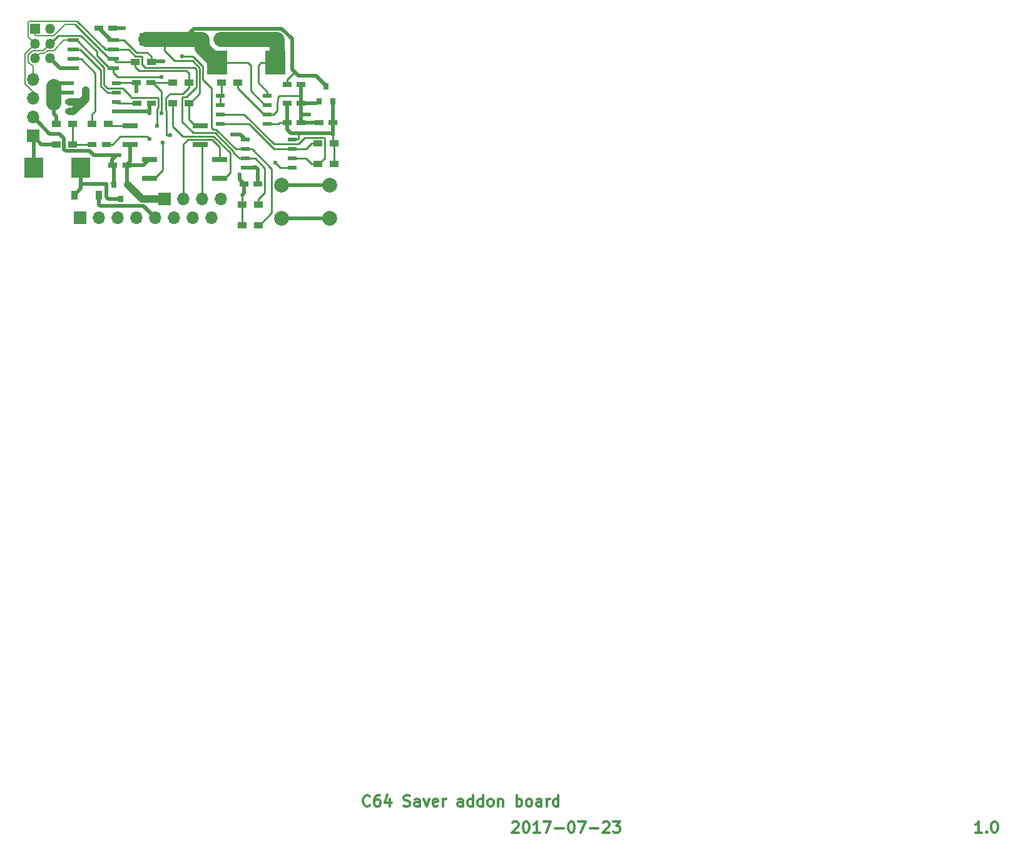
<source format=gtl>
G04 #@! TF.FileFunction,Copper,L1,Top,Signal*
%FSLAX46Y46*%
G04 Gerber Fmt 4.6, Leading zero omitted, Abs format (unit mm)*
G04 Created by KiCad (PCBNEW 4.0.7) date 07/23/18 00:28:13*
%MOMM*%
%LPD*%
G01*
G04 APERTURE LIST*
%ADD10C,0.100000*%
%ADD11C,0.300000*%
%ADD12R,1.700000X1.700000*%
%ADD13O,1.700000X1.700000*%
%ADD14C,2.000000*%
%ADD15R,1.143000X0.508000*%
%ADD16R,1.200000X0.750000*%
%ADD17R,1.200000X0.900000*%
%ADD18R,0.900000X1.200000*%
%ADD19R,2.000000X0.640000*%
%ADD20R,0.800000X0.900000*%
%ADD21R,1.550000X0.600000*%
%ADD22R,1.350000X1.350000*%
%ADD23O,1.350000X1.350000*%
%ADD24R,2.550000X2.700000*%
%ADD25R,2.700000X3.200000*%
%ADD26C,0.600000*%
%ADD27C,0.800000*%
%ADD28C,0.500000*%
%ADD29C,0.250000*%
%ADD30C,2.000000*%
%ADD31C,0.127000*%
%ADD32C,1.000000*%
G04 APERTURE END LIST*
D10*
D11*
X207090287Y-192361429D02*
X207161716Y-192290000D01*
X207304573Y-192218571D01*
X207661716Y-192218571D01*
X207804573Y-192290000D01*
X207876002Y-192361429D01*
X207947430Y-192504286D01*
X207947430Y-192647143D01*
X207876002Y-192861429D01*
X207018859Y-193718571D01*
X207947430Y-193718571D01*
X208876001Y-192218571D02*
X209018858Y-192218571D01*
X209161715Y-192290000D01*
X209233144Y-192361429D01*
X209304573Y-192504286D01*
X209376001Y-192790000D01*
X209376001Y-193147143D01*
X209304573Y-193432857D01*
X209233144Y-193575714D01*
X209161715Y-193647143D01*
X209018858Y-193718571D01*
X208876001Y-193718571D01*
X208733144Y-193647143D01*
X208661715Y-193575714D01*
X208590287Y-193432857D01*
X208518858Y-193147143D01*
X208518858Y-192790000D01*
X208590287Y-192504286D01*
X208661715Y-192361429D01*
X208733144Y-192290000D01*
X208876001Y-192218571D01*
X210804572Y-193718571D02*
X209947429Y-193718571D01*
X210376001Y-193718571D02*
X210376001Y-192218571D01*
X210233144Y-192432857D01*
X210090286Y-192575714D01*
X209947429Y-192647143D01*
X211304572Y-192218571D02*
X212304572Y-192218571D01*
X211661715Y-193718571D01*
X212876000Y-193147143D02*
X214018857Y-193147143D01*
X215018857Y-192218571D02*
X215161714Y-192218571D01*
X215304571Y-192290000D01*
X215376000Y-192361429D01*
X215447429Y-192504286D01*
X215518857Y-192790000D01*
X215518857Y-193147143D01*
X215447429Y-193432857D01*
X215376000Y-193575714D01*
X215304571Y-193647143D01*
X215161714Y-193718571D01*
X215018857Y-193718571D01*
X214876000Y-193647143D01*
X214804571Y-193575714D01*
X214733143Y-193432857D01*
X214661714Y-193147143D01*
X214661714Y-192790000D01*
X214733143Y-192504286D01*
X214804571Y-192361429D01*
X214876000Y-192290000D01*
X215018857Y-192218571D01*
X216018857Y-192218571D02*
X217018857Y-192218571D01*
X216376000Y-193718571D01*
X217590285Y-193147143D02*
X218733142Y-193147143D01*
X219375999Y-192361429D02*
X219447428Y-192290000D01*
X219590285Y-192218571D01*
X219947428Y-192218571D01*
X220090285Y-192290000D01*
X220161714Y-192361429D01*
X220233142Y-192504286D01*
X220233142Y-192647143D01*
X220161714Y-192861429D01*
X219304571Y-193718571D01*
X220233142Y-193718571D01*
X220733142Y-192218571D02*
X221661713Y-192218571D01*
X221161713Y-192790000D01*
X221375999Y-192790000D01*
X221518856Y-192861429D01*
X221590285Y-192932857D01*
X221661713Y-193075714D01*
X221661713Y-193432857D01*
X221590285Y-193575714D01*
X221518856Y-193647143D01*
X221375999Y-193718571D01*
X220947427Y-193718571D01*
X220804570Y-193647143D01*
X220733142Y-193575714D01*
X187830573Y-190019714D02*
X187759144Y-190091143D01*
X187544858Y-190162571D01*
X187402001Y-190162571D01*
X187187716Y-190091143D01*
X187044858Y-189948286D01*
X186973430Y-189805429D01*
X186902001Y-189519714D01*
X186902001Y-189305429D01*
X186973430Y-189019714D01*
X187044858Y-188876857D01*
X187187716Y-188734000D01*
X187402001Y-188662571D01*
X187544858Y-188662571D01*
X187759144Y-188734000D01*
X187830573Y-188805429D01*
X189116287Y-188662571D02*
X188830573Y-188662571D01*
X188687716Y-188734000D01*
X188616287Y-188805429D01*
X188473430Y-189019714D01*
X188402001Y-189305429D01*
X188402001Y-189876857D01*
X188473430Y-190019714D01*
X188544858Y-190091143D01*
X188687716Y-190162571D01*
X188973430Y-190162571D01*
X189116287Y-190091143D01*
X189187716Y-190019714D01*
X189259144Y-189876857D01*
X189259144Y-189519714D01*
X189187716Y-189376857D01*
X189116287Y-189305429D01*
X188973430Y-189234000D01*
X188687716Y-189234000D01*
X188544858Y-189305429D01*
X188473430Y-189376857D01*
X188402001Y-189519714D01*
X190544858Y-189162571D02*
X190544858Y-190162571D01*
X190187715Y-188591143D02*
X189830572Y-189662571D01*
X190759144Y-189662571D01*
X192402000Y-190091143D02*
X192616286Y-190162571D01*
X192973429Y-190162571D01*
X193116286Y-190091143D01*
X193187715Y-190019714D01*
X193259143Y-189876857D01*
X193259143Y-189734000D01*
X193187715Y-189591143D01*
X193116286Y-189519714D01*
X192973429Y-189448286D01*
X192687715Y-189376857D01*
X192544857Y-189305429D01*
X192473429Y-189234000D01*
X192402000Y-189091143D01*
X192402000Y-188948286D01*
X192473429Y-188805429D01*
X192544857Y-188734000D01*
X192687715Y-188662571D01*
X193044857Y-188662571D01*
X193259143Y-188734000D01*
X194544857Y-190162571D02*
X194544857Y-189376857D01*
X194473428Y-189234000D01*
X194330571Y-189162571D01*
X194044857Y-189162571D01*
X193902000Y-189234000D01*
X194544857Y-190091143D02*
X194402000Y-190162571D01*
X194044857Y-190162571D01*
X193902000Y-190091143D01*
X193830571Y-189948286D01*
X193830571Y-189805429D01*
X193902000Y-189662571D01*
X194044857Y-189591143D01*
X194402000Y-189591143D01*
X194544857Y-189519714D01*
X195116286Y-189162571D02*
X195473429Y-190162571D01*
X195830571Y-189162571D01*
X196973428Y-190091143D02*
X196830571Y-190162571D01*
X196544857Y-190162571D01*
X196402000Y-190091143D01*
X196330571Y-189948286D01*
X196330571Y-189376857D01*
X196402000Y-189234000D01*
X196544857Y-189162571D01*
X196830571Y-189162571D01*
X196973428Y-189234000D01*
X197044857Y-189376857D01*
X197044857Y-189519714D01*
X196330571Y-189662571D01*
X197687714Y-190162571D02*
X197687714Y-189162571D01*
X197687714Y-189448286D02*
X197759142Y-189305429D01*
X197830571Y-189234000D01*
X197973428Y-189162571D01*
X198116285Y-189162571D01*
X200401999Y-190162571D02*
X200401999Y-189376857D01*
X200330570Y-189234000D01*
X200187713Y-189162571D01*
X199901999Y-189162571D01*
X199759142Y-189234000D01*
X200401999Y-190091143D02*
X200259142Y-190162571D01*
X199901999Y-190162571D01*
X199759142Y-190091143D01*
X199687713Y-189948286D01*
X199687713Y-189805429D01*
X199759142Y-189662571D01*
X199901999Y-189591143D01*
X200259142Y-189591143D01*
X200401999Y-189519714D01*
X201759142Y-190162571D02*
X201759142Y-188662571D01*
X201759142Y-190091143D02*
X201616285Y-190162571D01*
X201330571Y-190162571D01*
X201187713Y-190091143D01*
X201116285Y-190019714D01*
X201044856Y-189876857D01*
X201044856Y-189448286D01*
X201116285Y-189305429D01*
X201187713Y-189234000D01*
X201330571Y-189162571D01*
X201616285Y-189162571D01*
X201759142Y-189234000D01*
X203116285Y-190162571D02*
X203116285Y-188662571D01*
X203116285Y-190091143D02*
X202973428Y-190162571D01*
X202687714Y-190162571D01*
X202544856Y-190091143D01*
X202473428Y-190019714D01*
X202401999Y-189876857D01*
X202401999Y-189448286D01*
X202473428Y-189305429D01*
X202544856Y-189234000D01*
X202687714Y-189162571D01*
X202973428Y-189162571D01*
X203116285Y-189234000D01*
X204044857Y-190162571D02*
X203901999Y-190091143D01*
X203830571Y-190019714D01*
X203759142Y-189876857D01*
X203759142Y-189448286D01*
X203830571Y-189305429D01*
X203901999Y-189234000D01*
X204044857Y-189162571D01*
X204259142Y-189162571D01*
X204401999Y-189234000D01*
X204473428Y-189305429D01*
X204544857Y-189448286D01*
X204544857Y-189876857D01*
X204473428Y-190019714D01*
X204401999Y-190091143D01*
X204259142Y-190162571D01*
X204044857Y-190162571D01*
X205187714Y-189162571D02*
X205187714Y-190162571D01*
X205187714Y-189305429D02*
X205259142Y-189234000D01*
X205402000Y-189162571D01*
X205616285Y-189162571D01*
X205759142Y-189234000D01*
X205830571Y-189376857D01*
X205830571Y-190162571D01*
X207687714Y-190162571D02*
X207687714Y-188662571D01*
X207687714Y-189234000D02*
X207830571Y-189162571D01*
X208116285Y-189162571D01*
X208259142Y-189234000D01*
X208330571Y-189305429D01*
X208402000Y-189448286D01*
X208402000Y-189876857D01*
X208330571Y-190019714D01*
X208259142Y-190091143D01*
X208116285Y-190162571D01*
X207830571Y-190162571D01*
X207687714Y-190091143D01*
X209259143Y-190162571D02*
X209116285Y-190091143D01*
X209044857Y-190019714D01*
X208973428Y-189876857D01*
X208973428Y-189448286D01*
X209044857Y-189305429D01*
X209116285Y-189234000D01*
X209259143Y-189162571D01*
X209473428Y-189162571D01*
X209616285Y-189234000D01*
X209687714Y-189305429D01*
X209759143Y-189448286D01*
X209759143Y-189876857D01*
X209687714Y-190019714D01*
X209616285Y-190091143D01*
X209473428Y-190162571D01*
X209259143Y-190162571D01*
X211044857Y-190162571D02*
X211044857Y-189376857D01*
X210973428Y-189234000D01*
X210830571Y-189162571D01*
X210544857Y-189162571D01*
X210402000Y-189234000D01*
X211044857Y-190091143D02*
X210902000Y-190162571D01*
X210544857Y-190162571D01*
X210402000Y-190091143D01*
X210330571Y-189948286D01*
X210330571Y-189805429D01*
X210402000Y-189662571D01*
X210544857Y-189591143D01*
X210902000Y-189591143D01*
X211044857Y-189519714D01*
X211759143Y-190162571D02*
X211759143Y-189162571D01*
X211759143Y-189448286D02*
X211830571Y-189305429D01*
X211902000Y-189234000D01*
X212044857Y-189162571D01*
X212187714Y-189162571D01*
X213330571Y-190162571D02*
X213330571Y-188662571D01*
X213330571Y-190091143D02*
X213187714Y-190162571D01*
X212902000Y-190162571D01*
X212759142Y-190091143D01*
X212687714Y-190019714D01*
X212616285Y-189876857D01*
X212616285Y-189448286D01*
X212687714Y-189305429D01*
X212759142Y-189234000D01*
X212902000Y-189162571D01*
X213187714Y-189162571D01*
X213330571Y-189234000D01*
X270629143Y-193718571D02*
X269772000Y-193718571D01*
X270200572Y-193718571D02*
X270200572Y-192218571D01*
X270057715Y-192432857D01*
X269914857Y-192575714D01*
X269772000Y-192647143D01*
X271272000Y-193575714D02*
X271343428Y-193647143D01*
X271272000Y-193718571D01*
X271200571Y-193647143D01*
X271272000Y-193575714D01*
X271272000Y-193718571D01*
X272272000Y-192218571D02*
X272414857Y-192218571D01*
X272557714Y-192290000D01*
X272629143Y-192361429D01*
X272700572Y-192504286D01*
X272772000Y-192790000D01*
X272772000Y-193147143D01*
X272700572Y-193432857D01*
X272629143Y-193575714D01*
X272557714Y-193647143D01*
X272414857Y-193718571D01*
X272272000Y-193718571D01*
X272129143Y-193647143D01*
X272057714Y-193575714D01*
X271986286Y-193432857D01*
X271914857Y-193147143D01*
X271914857Y-192790000D01*
X271986286Y-192504286D01*
X272057714Y-192361429D01*
X272129143Y-192290000D01*
X272272000Y-192218571D01*
D12*
X142240000Y-99441000D03*
D13*
X142240000Y-96901000D03*
X142240000Y-94361000D03*
X142240000Y-91821000D03*
D14*
X182372000Y-106117000D03*
X182372000Y-110617000D03*
X175872000Y-106117000D03*
X175872000Y-110617000D03*
D15*
X173926500Y-93980000D03*
X173926500Y-95250000D03*
X173926500Y-96520000D03*
X173926500Y-97790000D03*
X167576500Y-97790000D03*
X167576500Y-96520000D03*
X167576500Y-95250000D03*
X167576500Y-93980000D03*
X177292000Y-99949000D03*
X177292000Y-101219000D03*
X177292000Y-102489000D03*
X177292000Y-103759000D03*
X170942000Y-103759000D03*
X170942000Y-102489000D03*
X170942000Y-101219000D03*
X170942000Y-99949000D03*
D16*
X176598500Y-95059500D03*
X178498500Y-95059500D03*
D17*
X150200000Y-97790000D03*
X152400000Y-97790000D03*
X161122000Y-94996000D03*
X163322000Y-94996000D03*
X169903500Y-92265500D03*
X167703500Y-92265500D03*
D16*
X158160800Y-92202000D03*
X156260800Y-92202000D03*
D17*
X156042000Y-89408000D03*
X158242000Y-89408000D03*
X161122000Y-92202000D03*
X163322000Y-92202000D03*
X180743500Y-100457000D03*
X182943500Y-100457000D03*
X147574000Y-97790000D03*
X145374000Y-97790000D03*
D15*
X153543000Y-92329000D03*
X153543000Y-93599000D03*
X153543000Y-94869000D03*
X153543000Y-96139000D03*
X147193000Y-96139000D03*
X147193000Y-94869000D03*
X147193000Y-93599000D03*
X147193000Y-92329000D03*
D17*
X180743500Y-103251000D03*
X182943500Y-103251000D03*
X172720000Y-111506000D03*
X170520000Y-111506000D03*
X172720000Y-108712000D03*
X170520000Y-108712000D03*
D18*
X147830000Y-107442000D03*
X151130000Y-107442000D03*
D19*
X155346000Y-98044000D03*
X155346000Y-100584000D03*
X164846000Y-100584000D03*
X164846000Y-98044000D03*
X167488000Y-105156000D03*
X167488000Y-102616000D03*
X157988000Y-102616000D03*
X157988000Y-105156000D03*
D16*
X158242000Y-94996000D03*
X156342000Y-94996000D03*
X150246000Y-100584000D03*
X152146000Y-100584000D03*
X178498500Y-92456000D03*
X176598500Y-92456000D03*
X180916500Y-97663000D03*
X182816500Y-97663000D03*
X176598500Y-97663000D03*
X178498500Y-97663000D03*
X170754000Y-105918000D03*
X172654000Y-105918000D03*
D20*
X180916500Y-94742000D03*
X182816500Y-94742000D03*
X181866500Y-92742000D03*
D16*
X154940000Y-103419156D03*
X153040000Y-103419156D03*
D20*
X155067000Y-106016556D03*
X153167000Y-106016556D03*
X154117000Y-108016556D03*
D12*
X157480000Y-86360000D03*
D13*
X160020000Y-86360000D03*
X162560000Y-86360000D03*
X165100000Y-86360000D03*
X167640000Y-86360000D03*
X170180000Y-86360000D03*
X172720000Y-86360000D03*
X175260000Y-86360000D03*
D12*
X148590000Y-110490000D03*
D13*
X151130000Y-110490000D03*
X153670000Y-110490000D03*
X156210000Y-110490000D03*
X158750000Y-110490000D03*
X161290000Y-110490000D03*
X163830000Y-110490000D03*
X166370000Y-110490000D03*
D12*
X160020000Y-107950000D03*
D13*
X162560000Y-107950000D03*
X165100000Y-107950000D03*
X167640000Y-107950000D03*
D16*
X153035000Y-84836000D03*
X151135000Y-84836000D03*
D17*
X145374000Y-100584000D03*
X147574000Y-100584000D03*
D21*
X147668000Y-86487000D03*
X147668000Y-87757000D03*
X147668000Y-89027000D03*
X147668000Y-90297000D03*
X153068000Y-90297000D03*
X153068000Y-89027000D03*
X153068000Y-87757000D03*
X153068000Y-86487000D03*
D22*
X142526000Y-84963000D03*
D23*
X144526000Y-84963000D03*
X142526000Y-86963000D03*
X144526000Y-86963000D03*
X142526000Y-88963000D03*
X144526000Y-88963000D03*
D24*
X142367000Y-103759000D03*
X148717000Y-103759000D03*
D25*
X167106000Y-89535000D03*
X175006000Y-89535000D03*
D26*
X170180000Y-104648000D03*
X169164000Y-99250500D03*
X156210000Y-93408500D03*
X159893000Y-89344500D03*
X153924000Y-102044500D03*
X159004000Y-98044000D03*
X159766000Y-100330000D03*
X162369500Y-88646000D03*
X159639000Y-91440000D03*
X157988000Y-99822000D03*
X160782000Y-99314000D03*
X149352000Y-94488000D03*
X149352000Y-93218000D03*
D27*
X145034000Y-94488000D03*
X145034000Y-92710000D03*
D26*
X159639000Y-96393000D03*
X157988000Y-96393000D03*
X172339000Y-103632000D03*
X154559000Y-84836000D03*
X179578000Y-96583500D03*
X175006000Y-103060500D03*
D28*
X153924000Y-102044500D02*
X150437502Y-102044500D01*
X146424001Y-99773999D02*
X145796000Y-99145998D01*
X150437502Y-102044500D02*
X149877003Y-101484001D01*
X149877003Y-101484001D02*
X146613999Y-101484001D01*
X146613999Y-101484001D02*
X146424001Y-101294003D01*
X146424001Y-101294003D02*
X146424001Y-99773999D01*
X145796000Y-99145998D02*
X144484998Y-99145998D01*
X144484998Y-99145998D02*
X143089999Y-97750999D01*
X143089999Y-97750999D02*
X142240000Y-96901000D01*
X153167000Y-106016556D02*
X153167000Y-103546156D01*
X153167000Y-103546156D02*
X153040000Y-103419156D01*
X152908000Y-102636236D02*
X152908000Y-103287156D01*
X152908000Y-103287156D02*
X153040000Y-103419156D01*
X153924000Y-102044500D02*
X153499736Y-102044500D01*
X153499736Y-102044500D02*
X152908000Y-102636236D01*
X153040000Y-105889556D02*
X153167000Y-106016556D01*
X170754000Y-105918000D02*
X170180000Y-105344000D01*
X170520000Y-107442000D02*
X170754000Y-107208000D01*
X170754000Y-107208000D02*
X170754000Y-105918000D01*
X153068000Y-86487000D02*
X152786000Y-86487000D01*
X152786000Y-86487000D02*
X151135000Y-84836000D01*
X170180000Y-104648000D02*
X170180000Y-105344000D01*
X169164000Y-99250500D02*
X170243500Y-99250500D01*
X170243500Y-99250500D02*
X170942000Y-99949000D01*
D29*
X170520000Y-108712000D02*
X170520000Y-107442000D01*
D28*
X159893000Y-89344500D02*
X158305500Y-89344500D01*
X158305500Y-89344500D02*
X158242000Y-89408000D01*
X156210000Y-93408500D02*
X156210000Y-92252800D01*
X156210000Y-92252800D02*
X156260800Y-92202000D01*
D29*
X155380401Y-87306991D02*
X154560410Y-86487000D01*
X154560410Y-86487000D02*
X153068000Y-86487000D01*
X156211410Y-88138000D02*
X155380401Y-87306991D01*
X155380401Y-87306991D02*
X155378991Y-87306991D01*
X158242000Y-89408000D02*
X158242000Y-88708000D01*
X158242000Y-88708000D02*
X157672000Y-88138000D01*
X157672000Y-88138000D02*
X156211410Y-88138000D01*
X170520000Y-111506000D02*
X170670000Y-111506000D01*
X170520000Y-111506000D02*
X170520000Y-108712000D01*
X156260800Y-92202000D02*
X153670000Y-92202000D01*
X153670000Y-92202000D02*
X153543000Y-92329000D01*
D28*
X178181000Y-91313000D02*
X177800000Y-90932000D01*
X177800000Y-90932000D02*
X177292000Y-90424000D01*
D29*
X176598500Y-92456000D02*
X176598500Y-91831000D01*
X176598500Y-91831000D02*
X177497500Y-90932000D01*
X177497500Y-90932000D02*
X177800000Y-90932000D01*
X173926500Y-95250000D02*
X173609000Y-95250000D01*
X173609000Y-95250000D02*
X171704000Y-93345000D01*
X171704000Y-93345000D02*
X171704000Y-89916000D01*
X171704000Y-89916000D02*
X171323000Y-89535000D01*
X171323000Y-89535000D02*
X167106000Y-89535000D01*
D30*
X165100000Y-86360000D02*
X165100000Y-87529000D01*
X165100000Y-87529000D02*
X167106000Y-89535000D01*
X162560000Y-86360000D02*
X165100000Y-86360000D01*
X160020000Y-86360000D02*
X162560000Y-86360000D01*
X157480000Y-86360000D02*
X160020000Y-86360000D01*
D28*
X177292000Y-90424000D02*
X177292000Y-86341377D01*
X177292000Y-86341377D02*
X175860613Y-84909990D01*
X175860613Y-84909990D02*
X164010010Y-84909990D01*
X164010010Y-84909990D02*
X163409999Y-85510001D01*
X163409999Y-85510001D02*
X162560000Y-86360000D01*
X180487500Y-91313000D02*
X178181000Y-91313000D01*
D29*
X161407001Y-89271001D02*
X160020000Y-87884000D01*
X160020000Y-87884000D02*
X160020000Y-86360000D01*
X163472000Y-94996000D02*
X164788010Y-93679990D01*
X164788010Y-93679990D02*
X164788009Y-90250600D01*
X164788009Y-90250600D02*
X163808410Y-89271001D01*
X163808410Y-89271001D02*
X161407001Y-89271001D01*
D28*
X180487500Y-91313000D02*
X181866500Y-92692000D01*
X181866500Y-92692000D02*
X181866500Y-92742000D01*
D29*
X163472000Y-94996000D02*
X163322000Y-94996000D01*
X163322000Y-95758000D02*
X163322000Y-94996000D01*
X163322000Y-95758000D02*
X163322000Y-97200000D01*
X163322000Y-97200000D02*
X164166000Y-98044000D01*
X164166000Y-98044000D02*
X164846000Y-98044000D01*
X165100000Y-107950000D02*
X165100000Y-100838000D01*
X165100000Y-100838000D02*
X164846000Y-100584000D01*
X162560000Y-100584000D02*
X162560000Y-107950000D01*
X167488000Y-100940000D02*
X166486999Y-99938999D01*
X166486999Y-99938999D02*
X163205001Y-99938999D01*
X163205001Y-99938999D02*
X162560000Y-100584000D01*
X167488000Y-102616000D02*
X167488000Y-100940000D01*
D31*
X142526000Y-88963000D02*
X143200999Y-88288001D01*
X143200999Y-88288001D02*
X143812017Y-88288001D01*
X143812017Y-88288001D02*
X144198517Y-87901501D01*
X144198517Y-87901501D02*
X145016499Y-87901501D01*
X145016499Y-87901501D02*
X146431000Y-86487000D01*
X146431000Y-86487000D02*
X146766000Y-86487000D01*
X146766000Y-86487000D02*
X147668000Y-86487000D01*
D29*
X159004000Y-98044000D02*
X159004000Y-95794002D01*
X159167001Y-95631001D02*
X159167001Y-94360999D01*
X151834009Y-90178009D02*
X148143000Y-86487000D01*
X159004000Y-95794002D02*
X159167001Y-95631001D01*
X159167001Y-94360999D02*
X159102001Y-94295999D01*
X159102001Y-94295999D02*
X155449501Y-94295999D01*
X155449501Y-94295999D02*
X155449501Y-94094999D01*
X154318502Y-92964000D02*
X152274410Y-92964000D01*
X155449501Y-94094999D02*
X154318502Y-92964000D01*
X152274410Y-92964000D02*
X151834010Y-92523600D01*
X151834010Y-92523600D02*
X151834009Y-90178009D01*
X148143000Y-86487000D02*
X147668000Y-86487000D01*
D31*
X147193000Y-86487000D02*
X147668000Y-86487000D01*
D29*
X159766000Y-101854000D02*
X159766000Y-100330000D01*
X159766000Y-104058000D02*
X159766000Y-101854000D01*
X157988000Y-105156000D02*
X158668000Y-105156000D01*
X158668000Y-105156000D02*
X159766000Y-104058000D01*
X167488000Y-105156000D02*
X168168000Y-105156000D01*
X162480989Y-99488989D02*
X161122000Y-98130000D01*
X168168000Y-105156000D02*
X168928979Y-104395021D01*
X168928979Y-104395021D02*
X168928979Y-101744569D01*
X168928979Y-101744569D02*
X166673399Y-99488989D01*
X166673399Y-99488989D02*
X162480989Y-99488989D01*
X161122000Y-98130000D02*
X161122000Y-95758000D01*
X161122000Y-95758000D02*
X161122000Y-94996000D01*
X155346000Y-98044000D02*
X152654000Y-98044000D01*
X152654000Y-98044000D02*
X152400000Y-97790000D01*
X173926500Y-93980000D02*
X173926500Y-93476000D01*
X173926500Y-93476000D02*
X172720000Y-92269500D01*
X172720000Y-92269500D02*
X172720000Y-89916000D01*
X173101000Y-89535000D02*
X175006000Y-89535000D01*
X172720000Y-89916000D02*
X173101000Y-89535000D01*
D30*
X175260000Y-86360000D02*
X175260000Y-89281000D01*
X175260000Y-89281000D02*
X175006000Y-89535000D01*
X172720000Y-86360000D02*
X175260000Y-86360000D01*
X170180000Y-86360000D02*
X167640000Y-86360000D01*
X172720000Y-86360000D02*
X170180000Y-86360000D01*
D29*
X173609000Y-93980000D02*
X173926500Y-93980000D01*
X180743500Y-103251000D02*
X180893500Y-103251000D01*
X180893500Y-103251000D02*
X181668501Y-102475999D01*
X181668501Y-102475999D02*
X181668501Y-99746999D01*
X181668501Y-99746999D02*
X181603501Y-99681999D01*
X174824411Y-100528001D02*
X170816410Y-96520000D01*
X181603501Y-99681999D02*
X178957411Y-99681999D01*
X178957411Y-99681999D02*
X178111409Y-100528001D01*
X178111409Y-100528001D02*
X174824411Y-100528001D01*
X170816410Y-96520000D02*
X168398000Y-96520000D01*
X168398000Y-96520000D02*
X167576500Y-96520000D01*
X177292000Y-102489000D02*
X179131500Y-102489000D01*
X179131500Y-102489000D02*
X179893500Y-103251000D01*
X167259000Y-96520000D02*
X167576500Y-96520000D01*
X180743500Y-103251000D02*
X179893500Y-103251000D01*
X174879000Y-101219000D02*
X171450000Y-97790000D01*
X171450000Y-97790000D02*
X167576500Y-97790000D01*
X177292000Y-101219000D02*
X174879000Y-101219000D01*
X180743500Y-100457000D02*
X179893500Y-100457000D01*
X179893500Y-100457000D02*
X179131500Y-101219000D01*
X179131500Y-101219000D02*
X178113500Y-101219000D01*
X178113500Y-101219000D02*
X177292000Y-101219000D01*
X167576500Y-95250000D02*
X167576500Y-93980000D01*
X167703500Y-92265500D02*
X167703500Y-93853000D01*
X167703500Y-93853000D02*
X167576500Y-93980000D01*
D31*
X142240000Y-94361000D02*
X142240000Y-93468982D01*
X142240000Y-93468982D02*
X141126499Y-92355481D01*
X141126499Y-92355481D02*
X141126499Y-88362501D01*
X141126499Y-88362501D02*
X141851001Y-87637999D01*
X141851001Y-87637999D02*
X142526000Y-86963000D01*
X148179990Y-83893990D02*
X141770708Y-83893990D01*
X141770708Y-83893990D02*
X141587499Y-84077199D01*
X141587499Y-84077199D02*
X141587499Y-86024499D01*
X141587499Y-86024499D02*
X141851001Y-86288001D01*
X141851001Y-86288001D02*
X142526000Y-86963000D01*
D29*
X173579001Y-103788999D02*
X172279002Y-102489000D01*
X172279002Y-102489000D02*
X170942000Y-102489000D01*
X173579001Y-104808501D02*
X173579001Y-103788999D01*
X162982992Y-94176010D02*
X164338000Y-92821002D01*
X164084000Y-90183001D02*
X157381999Y-90183001D01*
X164338000Y-92821002D02*
X164338000Y-90437001D01*
X164338000Y-90437001D02*
X164084000Y-90183001D01*
X170942000Y-102489000D02*
X170165088Y-102489000D01*
X170165088Y-102489000D02*
X169378989Y-101702901D01*
X169378989Y-101702901D02*
X169378989Y-101558169D01*
X162396999Y-94285999D02*
X162506988Y-94176010D01*
X162506988Y-94176010D02*
X162982992Y-94176010D01*
X169378989Y-101558169D02*
X166859799Y-99038979D01*
X166859799Y-99038979D02*
X163935977Y-99038979D01*
X162432998Y-95742000D02*
X162396999Y-95706001D01*
X163935977Y-99038979D02*
X162432998Y-97536000D01*
X156967001Y-88697999D02*
X156902001Y-88632999D01*
X162432998Y-97536000D02*
X162432998Y-95742000D01*
X155194000Y-87757000D02*
X154093000Y-87757000D01*
X162396999Y-95706001D02*
X162396999Y-94285999D01*
X156069999Y-88632999D02*
X155194000Y-87757000D01*
X157381999Y-90183001D02*
X156967001Y-89768003D01*
X156967001Y-89768003D02*
X156967001Y-88697999D01*
X156902001Y-88632999D02*
X156069999Y-88632999D01*
X154093000Y-87757000D02*
X153068000Y-87757000D01*
X172720000Y-108712000D02*
X172720000Y-108012000D01*
X172720000Y-108012000D02*
X173579001Y-107152999D01*
X173579001Y-107152999D02*
X173579001Y-104808501D01*
X153068000Y-87757000D02*
X152043000Y-87757000D01*
X152043000Y-87757000D02*
X148179990Y-83893990D01*
D31*
X142240000Y-91821000D02*
X142240000Y-90065982D01*
X142240000Y-90065982D02*
X141587499Y-89413481D01*
X141587499Y-89413481D02*
X141587499Y-88512519D01*
X141587499Y-88512519D02*
X142198517Y-87901501D01*
X142198517Y-87901501D02*
X143587499Y-87901501D01*
X143587499Y-87901501D02*
X143851001Y-87637999D01*
X143851001Y-87637999D02*
X144526000Y-86963000D01*
D29*
X153068000Y-90297000D02*
X152593000Y-90297000D01*
X152593000Y-90297000D02*
X150876000Y-88580000D01*
X145627001Y-85861999D02*
X144526000Y-86963000D01*
X150876000Y-88580000D02*
X150876000Y-88034998D01*
X150876000Y-88034998D02*
X148703001Y-85861999D01*
X148703001Y-85861999D02*
X145627001Y-85861999D01*
X165238018Y-90064199D02*
X164338000Y-89164181D01*
X164338000Y-89164181D02*
X164338000Y-89154000D01*
X162369500Y-88646000D02*
X163830000Y-88646000D01*
X164338000Y-89154000D02*
X163830000Y-88646000D01*
X166370000Y-92900500D02*
X166306500Y-92900500D01*
X166306500Y-92900500D02*
X165238018Y-91832018D01*
X170942000Y-101219000D02*
X169676230Y-101219000D01*
X169676230Y-101219000D02*
X167009230Y-98552000D01*
X167009230Y-98552000D02*
X166624000Y-98552000D01*
X166624000Y-98552000D02*
X166370000Y-98298000D01*
X166370000Y-98298000D02*
X166370000Y-92900500D01*
X165238018Y-91832018D02*
X165238018Y-90064199D01*
X159639000Y-91440000D02*
X153661000Y-91440000D01*
X153661000Y-91440000D02*
X153068000Y-90847000D01*
X153068000Y-90847000D02*
X153068000Y-90297000D01*
X174546999Y-109829001D02*
X174546999Y-103886000D01*
X174546999Y-103886000D02*
X171879999Y-101219000D01*
X171879999Y-101219000D02*
X170942000Y-101219000D01*
X172720000Y-111506000D02*
X172870000Y-111506000D01*
X172870000Y-111506000D02*
X174546999Y-109829001D01*
D31*
X144526000Y-87344000D02*
X144304000Y-87344000D01*
D29*
X144526000Y-87344000D02*
X144381592Y-87344000D01*
D31*
X147909999Y-84343999D02*
X146595565Y-84343999D01*
X146595565Y-84343999D02*
X145038063Y-85901501D01*
X145038063Y-85901501D02*
X142662501Y-85901501D01*
X142662501Y-85901501D02*
X142526000Y-85765000D01*
X142526000Y-85765000D02*
X142526000Y-84963000D01*
D29*
X152146000Y-100584000D02*
X152996000Y-100584000D01*
X152996000Y-100584000D02*
X154057999Y-99522001D01*
X154057999Y-99522001D02*
X157688001Y-99522001D01*
X157688001Y-99522001D02*
X157988000Y-99822000D01*
X163322000Y-92202000D02*
X163322000Y-92902000D01*
X160196999Y-94285999D02*
X160196999Y-95934999D01*
X160274000Y-96012000D02*
X160274000Y-99314000D01*
X163322000Y-92902000D02*
X162498000Y-93726000D01*
X162498000Y-93726000D02*
X160756998Y-93726000D01*
X160756998Y-93726000D02*
X160196999Y-94285999D01*
X160196999Y-95934999D02*
X160274000Y-96012000D01*
X160782000Y-99314000D02*
X160274000Y-99314000D01*
X156042000Y-89408000D02*
X156042000Y-90108000D01*
X156042000Y-90108000D02*
X156567011Y-90633011D01*
X163023011Y-90633011D02*
X163322000Y-90932000D01*
X156567011Y-90633011D02*
X163023011Y-90633011D01*
X163322000Y-90932000D02*
X163322000Y-92202000D01*
D28*
X175872000Y-106117000D02*
X182372000Y-106117000D01*
D29*
X156042000Y-89408000D02*
X153449000Y-89408000D01*
X153449000Y-89408000D02*
X153068000Y-89027000D01*
X153068000Y-89027000D02*
X152593000Y-89027000D01*
X152593000Y-89027000D02*
X147909999Y-84343999D01*
X153543000Y-93599000D02*
X152721500Y-93599000D01*
X152721500Y-93599000D02*
X152696100Y-93624400D01*
X152696100Y-93624400D02*
X152298400Y-93624400D01*
X151384000Y-92710000D02*
X151384000Y-90551000D01*
X148590000Y-87757000D02*
X147668000Y-87757000D01*
X152298400Y-93624400D02*
X151384000Y-92710000D01*
X151384000Y-90551000D02*
X148590000Y-87757000D01*
D32*
X147193000Y-96139000D02*
X147701000Y-96139000D01*
X147701000Y-96139000D02*
X149352000Y-94488000D01*
X149352000Y-93218000D02*
X149352000Y-94488000D01*
X147193000Y-94869000D02*
X148764500Y-94869000D01*
X148764500Y-94869000D02*
X149352000Y-94281500D01*
X149352000Y-94281500D02*
X149352000Y-93218000D01*
D28*
X147193000Y-93599000D02*
X145923000Y-93599000D01*
X145923000Y-93599000D02*
X145034000Y-92710000D01*
X151130000Y-107442000D02*
X151130000Y-108712000D01*
X158750000Y-110490000D02*
X157176557Y-108916557D01*
X157176557Y-108916557D02*
X151334557Y-108916557D01*
X151334557Y-108916557D02*
X151130000Y-108712000D01*
X145374000Y-97790000D02*
X145374000Y-96840000D01*
X145374000Y-96840000D02*
X145034000Y-96500000D01*
X145034000Y-96500000D02*
X145034000Y-94488000D01*
D29*
X145034000Y-95053685D02*
X145034000Y-94488000D01*
D30*
X145034000Y-92710000D02*
X145034000Y-94996000D01*
D28*
X147193000Y-92329000D02*
X145415000Y-92329000D01*
X145415000Y-92329000D02*
X145034000Y-92710000D01*
D29*
X146875500Y-93599000D02*
X147193000Y-93599000D01*
D32*
X160020000Y-107950000D02*
X157000444Y-107950000D01*
X157000444Y-107950000D02*
X155067000Y-106016556D01*
D28*
X147668000Y-90297000D02*
X145860000Y-90297000D01*
X145860000Y-90297000D02*
X144526000Y-88963000D01*
X145374000Y-100584000D02*
X143383000Y-100584000D01*
X143383000Y-100584000D02*
X142240000Y-99441000D01*
X154940000Y-103419156D02*
X154940000Y-105889556D01*
X154940000Y-105889556D02*
X155067000Y-106016556D01*
X142367000Y-103759000D02*
X142367000Y-99568000D01*
X142367000Y-99568000D02*
X142240000Y-99441000D01*
D29*
X158160800Y-92202000D02*
X158385800Y-92202000D01*
X158385800Y-92202000D02*
X159639000Y-93455200D01*
X159639000Y-93455200D02*
X159639000Y-94196588D01*
X159639000Y-94196588D02*
X159639000Y-96393000D01*
D28*
X157988000Y-96393000D02*
X157988000Y-95250000D01*
X157988000Y-95250000D02*
X158242000Y-94996000D01*
X153543000Y-96139000D02*
X157734000Y-96139000D01*
X157734000Y-96139000D02*
X157988000Y-96393000D01*
X172654000Y-105918000D02*
X172654000Y-103947000D01*
X172654000Y-103947000D02*
X172339000Y-103632000D01*
X170942000Y-103759000D02*
X172212000Y-103759000D01*
X172212000Y-103759000D02*
X172339000Y-103632000D01*
X153035000Y-84836000D02*
X154559000Y-84836000D01*
X154835344Y-103419156D02*
X155346000Y-102908500D01*
X155346000Y-102908500D02*
X155346000Y-100584000D01*
X154686000Y-103419156D02*
X154835344Y-103419156D01*
X154808000Y-103541156D02*
X154686000Y-103419156D01*
X154686000Y-103419156D02*
X157184844Y-103419156D01*
X157184844Y-103419156D02*
X157988000Y-102616000D01*
D29*
X158160800Y-92202000D02*
X161122000Y-92202000D01*
D28*
X175872000Y-110617000D02*
X182372000Y-110617000D01*
X154117000Y-108016556D02*
X153217000Y-108016556D01*
X148844000Y-105918000D02*
X148717000Y-106045000D01*
X153217000Y-108016556D02*
X153150444Y-107950000D01*
X152400000Y-107950000D02*
X152146000Y-107696000D01*
X153150444Y-107950000D02*
X152400000Y-107950000D01*
X152146000Y-107696000D02*
X152146000Y-105918000D01*
X152146000Y-105918000D02*
X148844000Y-105918000D01*
X148717000Y-103759000D02*
X148717000Y-106045000D01*
X148717000Y-106045000D02*
X148717000Y-106555000D01*
X148717000Y-106555000D02*
X147830000Y-107442000D01*
D29*
X177292000Y-103759000D02*
X175704500Y-103759000D01*
X175704500Y-103759000D02*
X175577500Y-103632000D01*
X175577500Y-103632000D02*
X175006000Y-103060500D01*
D28*
X178498500Y-97663000D02*
X178498500Y-96583500D01*
X178498500Y-96583500D02*
X178498500Y-95059500D01*
X179578000Y-96583500D02*
X178498500Y-96583500D01*
X178498500Y-97663000D02*
X178625500Y-97663000D01*
D29*
X173926500Y-96520000D02*
X173458000Y-96520000D01*
X173458000Y-96520000D02*
X169903500Y-92965500D01*
X169903500Y-92965500D02*
X169903500Y-92265500D01*
X175260000Y-94870410D02*
X175392510Y-94737900D01*
X175392510Y-94737900D02*
X175392510Y-94291990D01*
X175392510Y-94291990D02*
X175646509Y-94037991D01*
X173926500Y-96520000D02*
X174748000Y-96520000D01*
X174748000Y-96520000D02*
X175260000Y-96008000D01*
X175260000Y-96008000D02*
X175260000Y-94870410D01*
X175646509Y-94037991D02*
X177984991Y-94037991D01*
X178042982Y-93980000D02*
X178498500Y-93980000D01*
X177984991Y-94037991D02*
X178042982Y-93980000D01*
D28*
X178498500Y-95059500D02*
X178498500Y-93980000D01*
X178498500Y-93980000D02*
X178498500Y-92456000D01*
X178498500Y-97663000D02*
X180916500Y-97663000D01*
X178498500Y-95059500D02*
X180599000Y-95059500D01*
X180599000Y-95059500D02*
X180916500Y-94742000D01*
D29*
X173926500Y-96520000D02*
X173609000Y-96520000D01*
X175577500Y-97663000D02*
X175450500Y-97790000D01*
X175450500Y-97790000D02*
X173926500Y-97790000D01*
X176598500Y-97663000D02*
X175577500Y-97663000D01*
X178181000Y-99822000D02*
X178181000Y-99068000D01*
X178181000Y-99068000D02*
X178189000Y-99060000D01*
D28*
X176598500Y-98557000D02*
X177101500Y-99060000D01*
X177101500Y-99060000D02*
X178189000Y-99060000D01*
X182816500Y-99060000D02*
X178189000Y-99060000D01*
X182816500Y-98538000D02*
X182816500Y-99060000D01*
X182816500Y-99060000D02*
X182816500Y-99314000D01*
X182816500Y-97663000D02*
X182816500Y-98538000D01*
D29*
X182816500Y-99630000D02*
X182816500Y-99314000D01*
X182943500Y-103251000D02*
X182943500Y-100457000D01*
D28*
X176598500Y-97663000D02*
X176598500Y-95059500D01*
X176471500Y-97790000D02*
X176598500Y-97663000D01*
X176598500Y-98557000D02*
X176598500Y-97663000D01*
X182816500Y-100330000D02*
X182943500Y-100457000D01*
X182816500Y-94742000D02*
X182816500Y-97663000D01*
D29*
X182816500Y-99314000D02*
X182816500Y-100330000D01*
X177863500Y-99822000D02*
X178181000Y-99822000D01*
X150246000Y-100584000D02*
X149396000Y-100584000D01*
X149396000Y-100584000D02*
X147574000Y-100584000D01*
X147574000Y-97790000D02*
X147574000Y-100584000D01*
X150200000Y-97790000D02*
X150200000Y-96529847D01*
X150200000Y-96529847D02*
X150677010Y-96052837D01*
X150677010Y-96052837D02*
X150677010Y-90932000D01*
X150677010Y-90932000D02*
X148772010Y-89027000D01*
X148772010Y-89027000D02*
X147668000Y-89027000D01*
X156342000Y-94996000D02*
X153670000Y-94996000D01*
X153670000Y-94996000D02*
X153543000Y-94869000D01*
M02*

</source>
